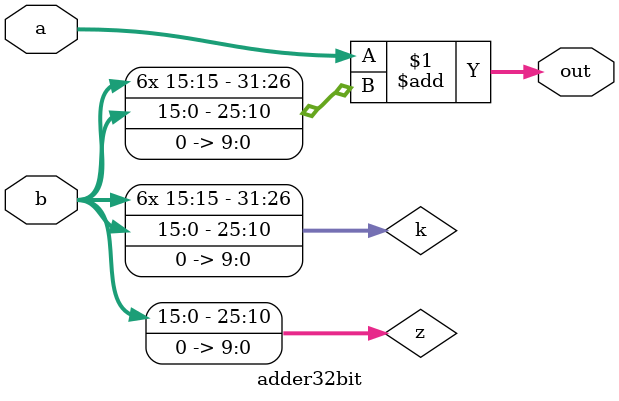
<source format=v>
`timescale 1ns / 1ps
module adder32bit(
    input signed [31:0] a,
    input signed [15:0] b,
    output signed [31:0] out
    );
    wire signed [25:0] z;
    wire signed [31:0] k;
    assign z = {b,10'b0};
    assign k = {{6{z[25]}},z};
    assign out = a+k;
endmodule
</source>
